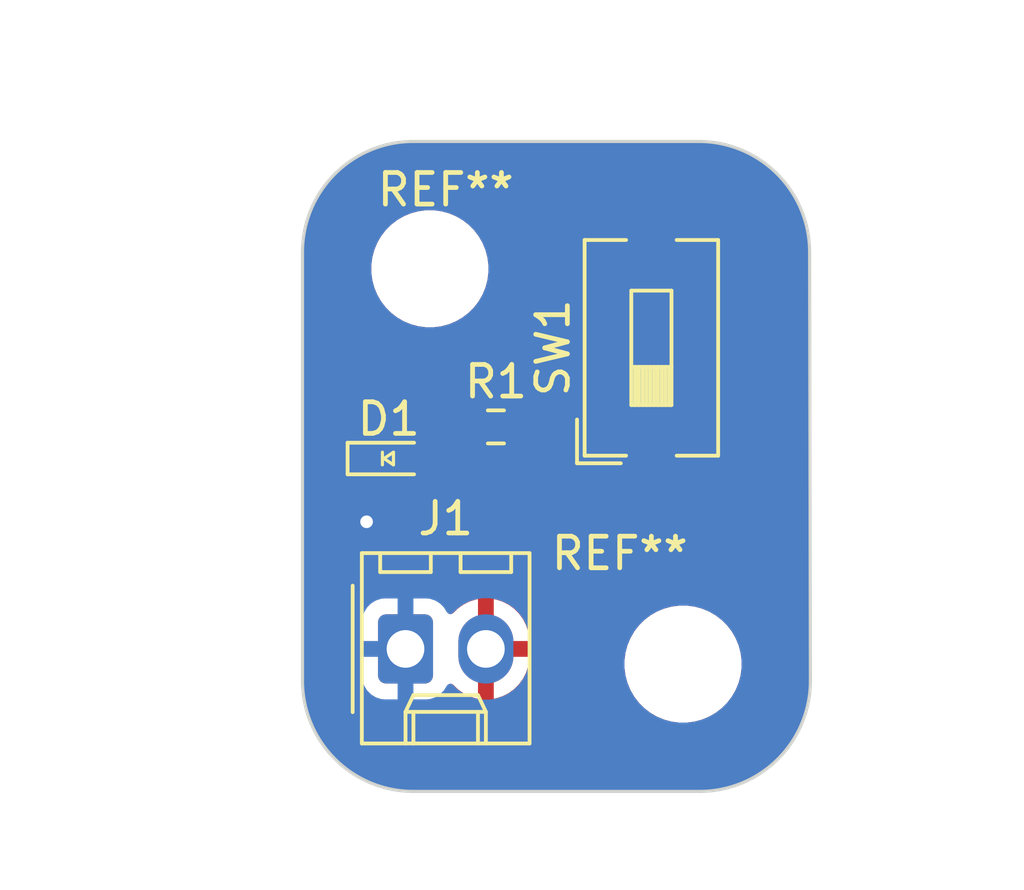
<source format=kicad_pcb>
(kicad_pcb (version 20240108) (generator "pcbnew") (generator_version "8.0")
  (title_block (title "proj 1") (date "2024-10-09") (rev "1.0") (company "Illini Solar Car") (comment 1 "Designed By: Yaocheng Zou"))
  (layers (0 "F.Cu" signal) (31 "B.Cu" signal) (34 "B.Paste" user) (35 "F.Paste" user) (36 "B.SilkS" user "B.Silkscreen") (37 "F.SilkS" user "F.Silkscreen") (38 "B.Mask" user) (39 "F.Mask" user) (44 "Edge.Cuts" user))
  (net 0 "")
  (net 1 "GND")
  (net 2 "Net-(D1-A)")
  (net 3 "Net-(R1-Pad2)")
  (net 4 "+3V3")
  (footprint "MountingHole:MountingHole_3.2mm_M3" (layer "F.Cu") (at 127.5 94)
    (property "Reference" "REF**" (at 0.5 -2.5 0) (layer "F.SilkS"))
    (property "Value" "MountingHole_3.2mm_M3" (hide yes))
    (pad "" np_thru_hole circle (at 0 0) (size 3.2 3.2) (drill 3.2) (layers "*.Cu" "*.Mask"))
  )
  (footprint "Connector_Molex:Molex_KK-254_AE-6410-02A_1x02_P2.54mm_Vertical" (layer "F.Cu") (at 126.73 106.02)
    (property "Reference" "J1" (at 1.27 -4.12 0) (layer "F.SilkS"))
    (property "Value" "Conn_01x02" (hide yes))
    (fp_line (start -1.67 -2) (end -1.67 2) (stroke (width 0.12)) (layer "F.SilkS"))
    (fp_line (start -1.38 -3.03) (end -1.38 2.99) (stroke (width 0.12)) (layer "F.SilkS"))
    (fp_line (start -1.38 2.99) (end 3.92 2.99) (stroke (width 0.12)) (layer "F.SilkS"))
    (fp_line (start -0.8 -3.03) (end -0.8 -2.43) (stroke (width 0.12)) (layer "F.SilkS"))
    (fp_line (start -0.8 -2.43) (end 0.8 -2.43) (stroke (width 0.12)) (layer "F.SilkS"))
    (fp_line (start 0 1.99) (end 0.25 1.46) (stroke (width 0.12)) (layer "F.SilkS"))
    (fp_line (start 0 1.99) (end 2.54 1.99) (stroke (width 0.12)) (layer "F.SilkS"))
    (fp_line (start 0 2.99) (end 0 1.99) (stroke (width 0.12)) (layer "F.SilkS"))
    (fp_line (start 0.25 1.46) (end 2.29 1.46) (stroke (width 0.12)) (layer "F.SilkS"))
    (fp_line (start 0.25 2.99) (end 0.25 1.99) (stroke (width 0.12)) (layer "F.SilkS"))
    (fp_line (start 0.8 -2.43) (end 0.8 -3.03) (stroke (width 0.12)) (layer "F.SilkS"))
    (fp_line (start 1.74 -3.03) (end 1.74 -2.43) (stroke (width 0.12)) (layer "F.SilkS"))
    (fp_line (start 1.74 -2.43) (end 3.34 -2.43) (stroke (width 0.12)) (layer "F.SilkS"))
    (fp_line (start 2.29 1.46) (end 2.54 1.99) (stroke (width 0.12)) (layer "F.SilkS"))
    (fp_line (start 2.29 2.99) (end 2.29 1.99) (stroke (width 0.12)) (layer "F.SilkS"))
    (fp_line (start 2.54 1.99) (end 2.54 2.99) (stroke (width 0.12)) (layer "F.SilkS"))
    (fp_line (start 3.34 -2.43) (end 3.34 -3.03) (stroke (width 0.12)) (layer "F.SilkS"))
    (fp_line (start 3.92 -3.03) (end -1.38 -3.03) (stroke (width 0.12)) (layer "F.SilkS"))
    (fp_line (start 3.92 2.99) (end 3.92 -3.03) (stroke (width 0.12)) (layer "F.SilkS"))
    (pad "1" thru_hole roundrect (at 0 0) (size 1.74 2.19) (drill 1.19) (layers "*.Cu" "*.Mask") (roundrect_rratio 0.143678) (net 1 "GND"))
    (pad "2" thru_hole oval (at 2.54 0) (size 1.74 2.19) (drill 1.19) (layers "*.Cu" "*.Mask") (net 4 "+3V3"))
  )
  (footprint "Resistor_SMD:R_0603_1608Metric_Pad0.98x0.95mm_HandSolder" (layer "F.Cu") (at 129.5875 99)
    (property "Reference" "R1" (at 0 -1.43 0) (layer "F.SilkS"))
    (property "Value" "105")
    (fp_line (start -0.254724 -0.5225) (end 0.254724 -0.5225) (stroke (width 0.12)) (layer "F.SilkS"))
    (fp_line (start -0.254724 0.5225) (end 0.254724 0.5225) (stroke (width 0.12)) (layer "F.SilkS"))
    (pad "1" smd roundrect (at -0.9125 0) (size 0.975 0.95) (layers "F.Cu" "F.Paste" "F.Mask") (net 2 "Net-(D1-A)"))
    (pad "2" smd roundrect (at 0.9125 0) (size 0.975 0.95) (layers "F.Cu" "F.Paste" "F.Mask") (net 3 "Net-(R1-Pad2)"))
  )
  (footprint "MountingHole:MountingHole_3.2mm_M3" (layer "F.Cu") (at 135.5 106.5)
    (property "Reference" "REF**" (at -2 -3.5 0) (layer "F.SilkS"))
    (property "Value" "MountingHole_3.2mm_M3" (hide yes))
    (pad "" np_thru_hole circle (at 0 0) (size 3.2 3.2) (drill 3.2) (layers "*.Cu" "*.Mask"))
  )
  (footprint "layout:LED_0603_Symbol_on_F.SilkS" (layer "F.Cu") (at 126.2 100)
    (property "Reference" "D1" (at 0 -1.25 0) (layer "F.SilkS"))
    (property "Value" "RED")
    (fp_line (start -1.3 -0.5) (end -1.3 0.5) (stroke (width 0.12)) (layer "F.SilkS"))
    (fp_line (start -1.3 -0.5) (end 0.8 -0.5) (stroke (width 0.12)) (layer "F.SilkS"))
    (fp_line (start -1.3 0.5) (end 0.8 0.5) (stroke (width 0.12)) (layer "F.SilkS"))
    (fp_line (start -0.2 -0.2) (end -0.2 0.2) (stroke (width 0.1)) (layer "F.SilkS"))
    (fp_line (start -0.15 0) (end 0.15 -0.2) (stroke (width 0.1)) (layer "F.SilkS"))
    (fp_line (start 0.15 -0.2) (end 0.15 0.2) (stroke (width 0.1)) (layer "F.SilkS"))
    (fp_line (start 0.15 0.2) (end -0.15 0) (stroke (width 0.1)) (layer "F.SilkS"))
    (pad "1" smd rect (at -0.8 0 180) (size 0.8 0.8) (layers "F.Cu" "F.Paste" "F.Mask") (net 1 "GND"))
    (pad "2" smd rect (at 0.8 0 180) (size 0.8 0.8) (layers "F.Cu" "F.Paste" "F.Mask") (net 2 "Net-(D1-A)"))
  )
  (footprint "Button_Switch_SMD:SW_DIP_SPSTx01_Slide_6.7x4.1mm_W8.61mm_P2.54mm_LowProfile" (layer "F.Cu") (at 134.5 96.5 90)
    (property "Reference" "SW1" (at 0 -3.11 90) (layer "F.SilkS"))
    (property "Value" "SW_Push")
    (fp_line (start -3.65 -2.35) (end -2.267 -2.35) (stroke (width 0.12)) (layer "F.SilkS"))
    (fp_line (start -3.65 -2.35) (end -3.65 -0.967) (stroke (width 0.12)) (layer "F.SilkS"))
    (fp_line (start 3.41 -2.11) (end 3.41 -0.8) (stroke (width 0.12)) (layer "F.SilkS"))
    (fp_line (start -3.41 -2.11) (end 3.41 -2.11) (stroke (width 0.12)) (layer "F.SilkS"))
    (fp_line (start -3.41 -2.11) (end -3.41 -0.8) (stroke (width 0.12)) (layer "F.SilkS"))
    (fp_line (start 1.81 -0.635) (end -1.81 -0.635) (stroke (width 0.12)) (layer "F.SilkS"))
    (fp_line (start -0.603333 -0.635) (end -0.603333 0.635) (stroke (width 0.12)) (layer "F.SilkS"))
    (fp_line (start -1.81 -0.635) (end -1.81 0.635) (stroke (width 0.12)) (layer "F.SilkS"))
    (fp_line (start -1.81 -0.515) (end -0.603333 -0.515) (stroke (width 0.12)) (layer "F.SilkS"))
    (fp_line (start -1.81 -0.395) (end -0.603333 -0.395) (stroke (width 0.12)) (layer "F.SilkS"))
    (fp_line (start -1.81 -0.275) (end -0.603333 -0.275) (stroke (width 0.12)) (layer "F.SilkS"))
    (fp_line (start -1.81 -0.155) (end -0.603333 -0.155) (stroke (width 0.12)) (layer "F.SilkS"))
    (fp_line (start -1.81 -0.035) (end -0.603333 -0.035) (stroke (width 0.12)) (layer "F.SilkS"))
    (fp_line (start -1.81 0.085) (end -0.603333 0.085) (stroke (width 0.12)) (layer "F.SilkS"))
    (fp_line (start -1.81 0.205) (end -0.603333 0.205) (stroke (width 0.12)) (layer "F.SilkS"))
    (fp_line (start -1.81 0.325) (end -0.603333 0.325) (stroke (width 0.12)) (layer "F.SilkS"))
    (fp_line (start -1.81 0.445) (end -0.603333 0.445) (stroke (width 0.12)) (layer "F.SilkS"))
    (fp_line (start -1.81 0.565) (end -0.603333 0.565) (stroke (width 0.12)) (layer "F.SilkS"))
    (fp_line (start 1.81 0.635) (end 1.81 -0.635) (stroke (width 0.12)) (layer "F.SilkS"))
    (fp_line (start -1.81 0.635) (end 1.81 0.635) (stroke (width 0.12)) (layer "F.SilkS"))
    (fp_line (start 3.41 0.8) (end 3.41 2.11) (stroke (width 0.12)) (layer "F.SilkS"))
    (fp_line (start -3.41 0.8) (end -3.41 2.11) (stroke (width 0.12)) (layer "F.SilkS"))
    (fp_line (start -3.41 2.11) (end 3.41 2.11) (stroke (width 0.12)) (layer "F.SilkS"))
    (pad "1" smd rect (at -4.305 0 90) (size 2.44 1.12) (layers "F.Cu" "F.Paste" "F.Mask") (net 4 "+3V3"))
    (pad "2" smd rect (at 4.305 0 90) (size 2.44 1.12) (layers "F.Cu" "F.Paste" "F.Mask") (net 3 "Net-(R1-Pad2)"))
  )
  (gr_line (start 126.974874 110.525126) (end 136.025126 110.525126) (stroke (width 0.1)) (layer "Edge.Cuts"))
  (gr_line (start 136 89.974874) (end 126.974874 89.974874) (stroke (width 0.1)) (layer "Edge.Cuts"))
  (gr_arc (start 139.525126 107.025126) (mid 138.5 109.5) (end 136.025126 110.525126) (stroke (width 0.1)) (layer "Edge.Cuts"))
  (gr_arc (start 123.474874 93.474874) (mid 124.5 91) (end 126.974874 89.974874) (stroke (width 0.1)) (layer "Edge.Cuts"))
  (gr_arc (start 126.974874 110.525126) (mid 124.5 109.5) (end 123.474874 107.025126) (stroke (width 0.1)) (layer "Edge.Cuts"))
  (gr_line (start 123.474874 93.474874) (end 123.474874 107.025126) (stroke (width 0.1)) (layer "Edge.Cuts"))
  (gr_line (start 139.525126 107.025126) (end 139.5 93.474874) (stroke (width 0.1)) (layer "Edge.Cuts"))
  (gr_arc (start 136 89.974874) (mid 138.474874 91) (end 139.5 93.474874) (stroke (width 0.1)) (layer "Edge.Cuts"))
  (segment (start 125.4 100) (end 125.4 101.9) (width 0.25) (layer "F.Cu") (net 1))
  (segment (start 125.4 101.9) (end 125.5 102) (width 0.25) (layer "F.Cu") (net 1))
  (via (at 125.5 102) (size 0.8) (drill 0.4) (layers "F.Cu" "B.Cu") (net 1))
  (segment (start 128 99) (end 127 100) (width 0.25) (layer "F.Cu") (net 2))
  (segment (start 128.675 99) (end 128 99) (width 0.25) (layer "F.Cu") (net 2))
  (segment (start 134.5 92.195) (end 133.305 92.195) (width 0.25) (layer "F.Cu") (net 3))
  (segment (start 132 93.5) (end 132 97.5) (width 0.25) (layer "F.Cu") (net 3))
  (segment (start 132 97.5) (end 130.5 99) (width 0.25) (layer "F.Cu") (net 3))
  (segment (start 133.305 92.195) (end 132 93.5) (width 0.25) (layer "F.Cu") (net 3))
  (zone (net 4) (net_name "+3V3") (layer "F.Cu") (connect_pads (clearance 0.508)) (min_thickness 0.25) (fill yes (thermal_gap 0.5) (thermal_bridge_width 0.5))
    (polygon (pts (xy 123.5 90) (xy 123.5 110.5) (xy 139.5 110.5) (xy 139.5 90)))
  )
  (zone (net 1) (net_name "GND") (layer "B.Cu") (priority 1) (connect_pads (clearance 0.508)) (min_thickness 0.25) (fill yes (thermal_gap 0.5) (thermal_bridge_width 0.5))
    (polygon (pts (xy 123.5 90) (xy 139.5 90) (xy 139.5 110.5) (xy 123.5 110.5)))
  )
)
</source>
